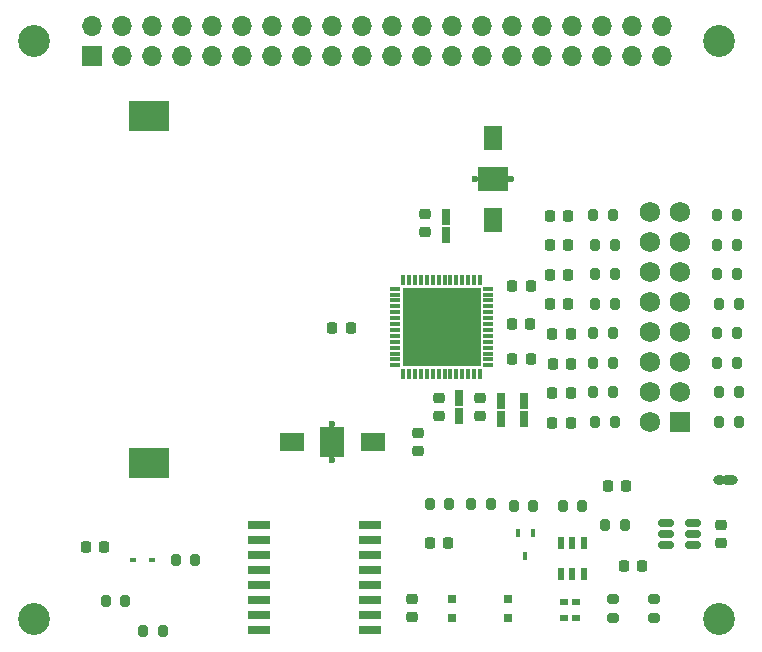
<source format=gbr>
G04 #@! TF.GenerationSoftware,KiCad,Pcbnew,(6.0.9)*
G04 #@! TF.CreationDate,2022-12-13T15:48:36+03:00*
G04 #@! TF.ProjectId,smuHAT,736d7548-4154-42e6-9b69-6361645f7063,2.2*
G04 #@! TF.SameCoordinates,Original*
G04 #@! TF.FileFunction,Soldermask,Top*
G04 #@! TF.FilePolarity,Negative*
%FSLAX46Y46*%
G04 Gerber Fmt 4.6, Leading zero omitted, Abs format (unit mm)*
G04 Created by KiCad (PCBNEW (6.0.9)) date 2022-12-13 15:48:36*
%MOMM*%
%LPD*%
G01*
G04 APERTURE LIST*
G04 Aperture macros list*
%AMRoundRect*
0 Rectangle with rounded corners*
0 $1 Rounding radius*
0 $2 $3 $4 $5 $6 $7 $8 $9 X,Y pos of 4 corners*
0 Add a 4 corners polygon primitive as box body*
4,1,4,$2,$3,$4,$5,$6,$7,$8,$9,$2,$3,0*
0 Add four circle primitives for the rounded corners*
1,1,$1+$1,$2,$3*
1,1,$1+$1,$4,$5*
1,1,$1+$1,$6,$7*
1,1,$1+$1,$8,$9*
0 Add four rect primitives between the rounded corners*
20,1,$1+$1,$2,$3,$4,$5,0*
20,1,$1+$1,$4,$5,$6,$7,0*
20,1,$1+$1,$6,$7,$8,$9,0*
20,1,$1+$1,$8,$9,$2,$3,0*%
%AMFreePoly0*
4,1,24,0.650000,0.000000,0.300000,-0.400000,0.000000,-0.400000,-0.065800,-0.394500,-0.129900,-0.378300,-0.190400,-0.351800,-0.245700,-0.315700,-0.294300,-0.270900,-0.334900,-0.218800,-0.366300,-0.160700,-0.387800,-0.098200,-0.398600,-0.033000,-0.398600,0.033000,-0.387800,0.098200,-0.366300,0.160700,-0.334900,0.218800,-0.294300,0.270900,-0.245700,0.315700,-0.190400,0.351800,-0.129900,0.378300,
-0.065800,0.394500,0.000000,0.400000,0.300000,0.400000,0.650000,0.000000,0.650000,0.000000,$1*%
%AMFreePoly1*
4,1,24,0.065800,0.394500,0.129900,0.378300,0.190400,0.351800,0.245700,0.315700,0.294300,0.270900,0.334900,0.218800,0.366300,0.160700,0.387800,0.098200,0.398600,0.033000,0.398600,-0.033000,0.387800,-0.098200,0.366300,-0.160700,0.334900,-0.218800,0.294300,-0.270900,0.245700,-0.315700,0.190400,-0.351800,0.129900,-0.378300,0.065800,-0.394500,0.000000,-0.400000,-0.700000,-0.400000,
-0.350000,0.000000,-0.700000,0.400000,0.000000,0.400000,0.065800,0.394500,0.065800,0.394500,$1*%
G04 Aperture macros list end*
%ADD10R,0.550000X1.100000*%
%ADD11C,2.700000*%
%ADD12R,0.450000X0.700000*%
%ADD13RoundRect,0.200000X-0.275000X0.200000X-0.275000X-0.200000X0.275000X-0.200000X0.275000X0.200000X0*%
%ADD14RoundRect,0.225000X-0.225000X-0.250000X0.225000X-0.250000X0.225000X0.250000X-0.225000X0.250000X0*%
%ADD15RoundRect,0.225000X-0.250000X0.225000X-0.250000X-0.225000X0.250000X-0.225000X0.250000X0.225000X0*%
%ADD16R,0.850000X0.300000*%
%ADD17R,0.300000X0.850000*%
%ADD18R,6.700000X6.700000*%
%ADD19RoundRect,0.200000X-0.200000X-0.275000X0.200000X-0.275000X0.200000X0.275000X-0.200000X0.275000X0*%
%ADD20RoundRect,0.200000X0.200000X0.275000X-0.200000X0.275000X-0.200000X-0.275000X0.200000X-0.275000X0*%
%ADD21R,0.540000X0.420000*%
%ADD22RoundRect,0.225000X0.250000X-0.225000X0.250000X0.225000X-0.250000X0.225000X-0.250000X-0.225000X0*%
%ADD23R,2.000000X1.600000*%
%ADD24R,2.000000X2.600000*%
%ADD25C,0.600000*%
%ADD26R,3.500000X2.600000*%
%ADD27RoundRect,0.225000X0.225000X0.250000X-0.225000X0.250000X-0.225000X-0.250000X0.225000X-0.250000X0*%
%ADD28R,1.725000X1.725000*%
%ADD29C,1.725000*%
%ADD30R,1.600000X2.000000*%
%ADD31R,2.600000X2.000000*%
%ADD32R,0.800000X0.750000*%
%ADD33RoundRect,0.150000X-0.512500X-0.150000X0.512500X-0.150000X0.512500X0.150000X-0.512500X0.150000X0*%
%ADD34R,0.700000X1.350000*%
%ADD35R,1.925000X0.650000*%
%ADD36R,0.800000X0.800000*%
%ADD37FreePoly0,0.000000*%
%ADD38FreePoly1,0.000000*%
%ADD39R,0.700000X0.600000*%
%ADD40R,1.700000X1.700000*%
%ADD41O,1.700000X1.700000*%
G04 APERTURE END LIST*
D10*
X162118000Y-120650000D03*
X163068000Y-120650000D03*
X164018000Y-120650000D03*
X164018000Y-118050000D03*
X163068000Y-118050000D03*
X162118000Y-118050000D03*
D11*
X117500000Y-75500000D03*
X175500000Y-75500000D03*
X117500000Y-124500000D03*
X175500000Y-124500000D03*
D12*
X159750000Y-117175000D03*
X158450000Y-117175000D03*
X159100000Y-119175000D03*
D13*
X170000000Y-122750000D03*
X170000000Y-124400000D03*
D14*
X158000000Y-96250000D03*
X159550000Y-96250000D03*
D15*
X155250000Y-105750000D03*
X155250000Y-107300000D03*
D16*
X148050000Y-96500000D03*
X148050000Y-97000000D03*
X148050000Y-97500000D03*
X148050000Y-98000000D03*
X148050000Y-98500000D03*
X148050000Y-99000000D03*
X148050000Y-99500000D03*
X148050000Y-100000000D03*
X148050000Y-100500000D03*
X148050000Y-101000000D03*
X148050000Y-101500000D03*
X148050000Y-102000000D03*
X148050000Y-102500000D03*
X148050000Y-103000000D03*
D17*
X148750000Y-103700000D03*
X149250000Y-103700000D03*
X149750000Y-103700000D03*
X150250000Y-103700000D03*
X150750000Y-103700000D03*
X151250000Y-103700000D03*
X151750000Y-103700000D03*
X152250000Y-103700000D03*
X152750000Y-103700000D03*
X153250000Y-103700000D03*
X153750000Y-103700000D03*
X154250000Y-103700000D03*
X154750000Y-103700000D03*
X155250000Y-103700000D03*
D16*
X155950000Y-103000000D03*
X155950000Y-102500000D03*
X155950000Y-102000000D03*
X155950000Y-101500000D03*
X155950000Y-101000000D03*
X155950000Y-100500000D03*
X155950000Y-100000000D03*
X155950000Y-99500000D03*
X155950000Y-99000000D03*
X155950000Y-98500000D03*
X155950000Y-98000000D03*
X155950000Y-97500000D03*
X155950000Y-97000000D03*
X155950000Y-96500000D03*
D17*
X155250000Y-95800000D03*
X154750000Y-95800000D03*
X154250000Y-95800000D03*
X153750000Y-95800000D03*
X153250000Y-95800000D03*
X152750000Y-95800000D03*
X152250000Y-95800000D03*
X151750000Y-95800000D03*
X151250000Y-95800000D03*
X150750000Y-95800000D03*
X150250000Y-95800000D03*
X149750000Y-95800000D03*
X149250000Y-95800000D03*
X148750000Y-95800000D03*
D18*
X152000000Y-99750000D03*
D19*
X175350000Y-95290000D03*
X177000000Y-95290000D03*
D20*
X166500000Y-90290000D03*
X164850000Y-90290000D03*
D21*
X125900000Y-119500000D03*
X127500000Y-119500000D03*
D22*
X150622000Y-91694000D03*
X150622000Y-90144000D03*
D20*
X166500000Y-102790000D03*
X164850000Y-102790000D03*
D23*
X139298000Y-109474000D03*
D24*
X142748000Y-109474000D03*
D23*
X146198000Y-109474000D03*
D25*
X142748000Y-107974000D03*
X142748000Y-110974000D03*
D20*
X152650000Y-114750000D03*
X151000000Y-114750000D03*
D26*
X127254000Y-111252000D03*
X127254000Y-81852000D03*
D20*
X166675000Y-95290000D03*
X165025000Y-95290000D03*
D19*
X175525000Y-107790000D03*
X177175000Y-107790000D03*
D20*
X166500000Y-105290000D03*
X164850000Y-105290000D03*
D15*
X175666400Y-116509200D03*
X175666400Y-118059200D03*
D27*
X162925000Y-107840000D03*
X161375000Y-107840000D03*
X162700000Y-90340000D03*
X161150000Y-90340000D03*
D14*
X157950000Y-99500000D03*
X159500000Y-99500000D03*
D28*
X172175000Y-107830000D03*
D29*
X169635000Y-107830000D03*
X172175000Y-105290000D03*
X169635000Y-105290000D03*
X172175000Y-102750000D03*
X169635000Y-102750000D03*
X172175000Y-100210000D03*
X169635000Y-100210000D03*
X172175000Y-97670000D03*
X169635000Y-97670000D03*
X172175000Y-95130000D03*
X169635000Y-95130000D03*
X172175000Y-92590000D03*
X169635000Y-92590000D03*
X172175000Y-90050000D03*
X169635000Y-90050000D03*
D30*
X156362400Y-83769200D03*
D31*
X156362400Y-87219200D03*
D30*
X156362400Y-90669200D03*
D25*
X157862400Y-87219200D03*
X154862400Y-87219200D03*
D19*
X165850000Y-116500000D03*
X167500000Y-116500000D03*
D32*
X157600000Y-124425000D03*
X157600000Y-122775000D03*
D19*
X175350000Y-92790000D03*
X177000000Y-92790000D03*
X175525000Y-105290000D03*
X177175000Y-105290000D03*
X175350000Y-102790000D03*
X177000000Y-102790000D03*
D33*
X171003800Y-116311600D03*
X171003800Y-117261600D03*
X171003800Y-118211600D03*
X173278800Y-118211600D03*
X173278800Y-117261600D03*
X173278800Y-116311600D03*
D34*
X153500000Y-105750000D03*
X153500000Y-107250000D03*
D32*
X152850000Y-124425000D03*
X152850000Y-122775000D03*
D14*
X121907000Y-118364000D03*
X123457000Y-118364000D03*
D20*
X131150000Y-119500000D03*
X129500000Y-119500000D03*
D35*
X136538000Y-125445000D03*
X136538000Y-124175000D03*
X136538000Y-122905000D03*
X136538000Y-121635000D03*
X136538000Y-120365000D03*
X136538000Y-119095000D03*
X136538000Y-117825000D03*
X136538000Y-116555000D03*
X145962000Y-116555000D03*
X145962000Y-117825000D03*
X145962000Y-119095000D03*
X145962000Y-120365000D03*
X145962000Y-121635000D03*
X145962000Y-122905000D03*
X145962000Y-124175000D03*
X145962000Y-125445000D03*
D19*
X158100000Y-114925000D03*
X159750000Y-114925000D03*
X175350000Y-100290000D03*
X177000000Y-100290000D03*
D14*
X151000000Y-118000000D03*
X152550000Y-118000000D03*
X158000000Y-102500000D03*
X159550000Y-102500000D03*
D27*
X162700000Y-95340000D03*
X161150000Y-95340000D03*
D19*
X175350000Y-90290000D03*
X177000000Y-90290000D03*
D34*
X152400000Y-91924000D03*
X152400000Y-90424000D03*
D19*
X123572000Y-122936000D03*
X125222000Y-122936000D03*
D34*
X157000000Y-106000000D03*
X157000000Y-107500000D03*
D15*
X151750000Y-105750000D03*
X151750000Y-107300000D03*
D19*
X162275000Y-114925000D03*
X163925000Y-114925000D03*
D27*
X167600000Y-113250000D03*
X166050000Y-113250000D03*
X162700000Y-97840000D03*
X161150000Y-97840000D03*
D22*
X149500000Y-124300000D03*
X149500000Y-122750000D03*
D27*
X162975000Y-102840000D03*
X161425000Y-102840000D03*
X162925000Y-105340000D03*
X161375000Y-105340000D03*
D36*
X176032400Y-112725200D03*
D37*
X175382400Y-112725200D03*
D38*
X176682400Y-112725200D03*
D15*
X149987000Y-108686000D03*
X149987000Y-110236000D03*
D27*
X162700000Y-92840000D03*
X161150000Y-92840000D03*
D19*
X175525000Y-97790000D03*
X177175000Y-97790000D03*
X126746000Y-125476000D03*
X128396000Y-125476000D03*
D27*
X162925000Y-100340000D03*
X161375000Y-100340000D03*
D14*
X167450000Y-120000000D03*
X169000000Y-120000000D03*
D39*
X162350000Y-123025000D03*
X163350000Y-123025000D03*
X163350000Y-124425000D03*
X162350000Y-124425000D03*
D20*
X166675000Y-107790000D03*
X165025000Y-107790000D03*
D13*
X166500000Y-122750000D03*
X166500000Y-124400000D03*
D19*
X154500000Y-114750000D03*
X156150000Y-114750000D03*
D34*
X159000000Y-106000000D03*
X159000000Y-107500000D03*
D20*
X166675000Y-97790000D03*
X165025000Y-97790000D03*
X166675000Y-92790000D03*
X165025000Y-92790000D03*
D27*
X144298000Y-99822000D03*
X142748000Y-99822000D03*
D20*
X166500000Y-100290000D03*
X164850000Y-100290000D03*
D40*
X122370000Y-76770000D03*
D41*
X122370000Y-74230000D03*
X124910000Y-76770000D03*
X124910000Y-74230000D03*
X127450000Y-76770000D03*
X127450000Y-74230000D03*
X129990000Y-76770000D03*
X129990000Y-74230000D03*
X132530000Y-76770000D03*
X132530000Y-74230000D03*
X135070000Y-76770000D03*
X135070000Y-74230000D03*
X137610000Y-76770000D03*
X137610000Y-74230000D03*
X140150000Y-76770000D03*
X140150000Y-74230000D03*
X142690000Y-76770000D03*
X142690000Y-74230000D03*
X145230000Y-76770000D03*
X145230000Y-74230000D03*
X147770000Y-76770000D03*
X147770000Y-74230000D03*
X150310000Y-76770000D03*
X150310000Y-74230000D03*
X152850000Y-76770000D03*
X152850000Y-74230000D03*
X155390000Y-76770000D03*
X155390000Y-74230000D03*
X157930000Y-76770000D03*
X157930000Y-74230000D03*
X160470000Y-76770000D03*
X160470000Y-74230000D03*
X163010000Y-76770000D03*
X163010000Y-74230000D03*
X165550000Y-76770000D03*
X165550000Y-74230000D03*
X168090000Y-76770000D03*
X168090000Y-74230000D03*
X170630000Y-76770000D03*
X170630000Y-74230000D03*
M02*

</source>
